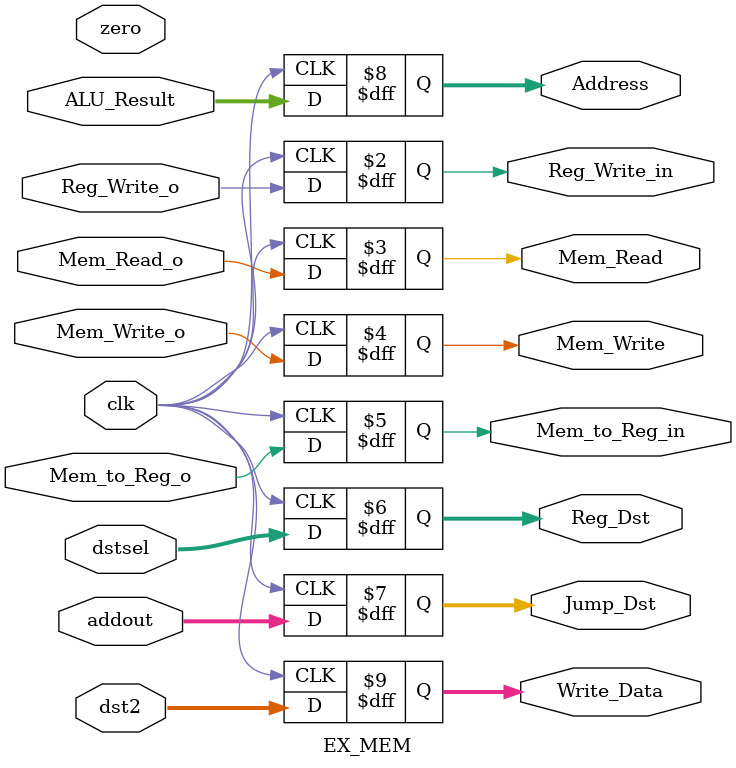
<source format=sv>
`timescale 1ns/1ns
module EX_MEM(input clk, zero, Reg_Write_o, Mem_Read_o, Mem_Write_o, Mem_to_Reg_o, input[4:0] dstsel, input[31:0] addout, ALU_Result, dst2, output logic Reg_Write_in, Mem_Read, Mem_Write, Mem_to_Reg_in, output logic [4:0] Reg_Dst, output logic [31:0] Jump_Dst, Address, Write_Data);
  always @(posedge clk) begin
    Address <= ALU_Result;
    Jump_Dst <= addout;
    Mem_Read <= Mem_Read_o;
    Mem_Write <= Mem_Write_o;
    Mem_to_Reg_in <= Mem_to_Reg_o;
    Reg_Dst <= dstsel;
    Reg_Write_in <= Reg_Write_o;
    Write_Data <= dst2;
  end
endmodule
    

</source>
